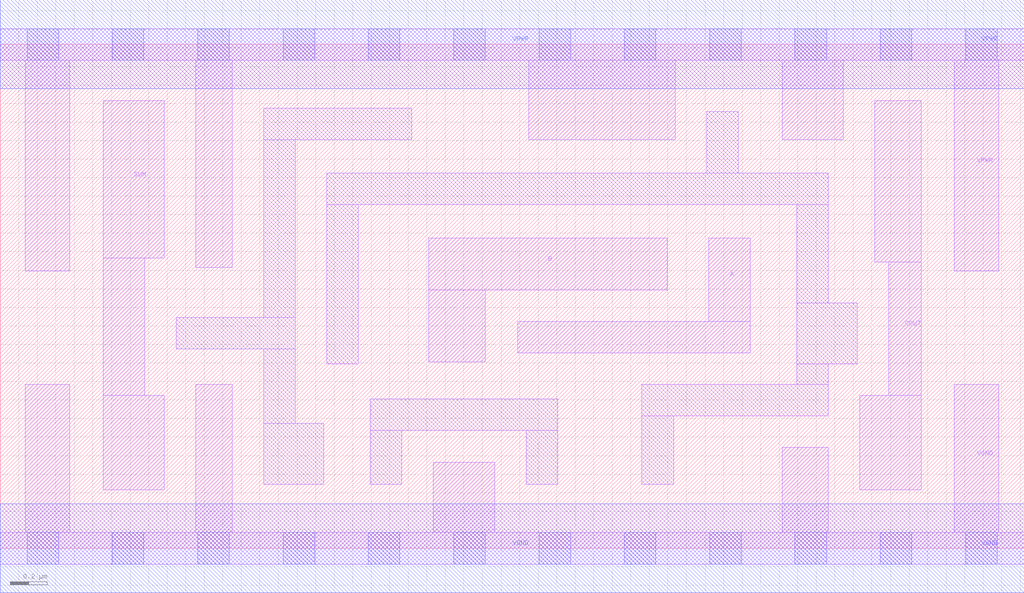
<source format=lef>
# Copyright 2020 The SkyWater PDK Authors
#
# Licensed under the Apache License, Version 2.0 (the "License");
# you may not use this file except in compliance with the License.
# You may obtain a copy of the License at
#
#     https://www.apache.org/licenses/LICENSE-2.0
#
# Unless required by applicable law or agreed to in writing, software
# distributed under the License is distributed on an "AS IS" BASIS,
# WITHOUT WARRANTIES OR CONDITIONS OF ANY KIND, either express or implied.
# See the License for the specific language governing permissions and
# limitations under the License.
#
# SPDX-License-Identifier: Apache-2.0

VERSION 5.7 ;
  NAMESCASESENSITIVE ON ;
  NOWIREEXTENSIONATPIN ON ;
  DIVIDERCHAR "/" ;
  BUSBITCHARS "[]" ;
UNITS
  DATABASE MICRONS 200 ;
END UNITS
MACRO sky130_fd_sc_hd__ha_2
  CLASS CORE ;
  SOURCE USER ;
  FOREIGN sky130_fd_sc_hd__ha_2 ;
  ORIGIN  0.000000  0.000000 ;
  SIZE  5.520000 BY  2.720000 ;
  SYMMETRY X Y R90 ;
  SITE unithd ;
  PIN A
    ANTENNAGATEAREA  0.318000 ;
    DIRECTION INPUT ;
    USE SIGNAL ;
    PORT
      LAYER li1 ;
        RECT 2.790000 1.055000 4.045000 1.225000 ;
        RECT 3.820000 1.225000 4.045000 1.675000 ;
    END
  END A
  PIN B
    ANTENNAGATEAREA  0.318000 ;
    DIRECTION INPUT ;
    USE SIGNAL ;
    PORT
      LAYER li1 ;
        RECT 2.310000 1.005000 2.615000 1.395000 ;
        RECT 2.310000 1.395000 3.595000 1.675000 ;
    END
  END B
  PIN COUT
    ANTENNADIFFAREA  0.511500 ;
    DIRECTION OUTPUT ;
    USE SIGNAL ;
    PORT
      LAYER li1 ;
        RECT 4.635000 0.315000 4.965000 0.825000 ;
        RECT 4.715000 1.545000 4.965000 2.415000 ;
        RECT 4.790000 0.825000 4.965000 1.545000 ;
    END
  END COUT
  PIN SUM
    ANTENNADIFFAREA  0.511500 ;
    DIRECTION OUTPUT ;
    USE SIGNAL ;
    PORT
      LAYER li1 ;
        RECT 0.555000 0.315000 0.885000 0.825000 ;
        RECT 0.555000 0.825000 0.780000 1.565000 ;
        RECT 0.555000 1.565000 0.885000 2.415000 ;
    END
  END SUM
  PIN VGND
    DIRECTION INOUT ;
    SHAPE ABUTMENT ;
    USE GROUND ;
    PORT
      LAYER li1 ;
        RECT 0.000000 -0.085000 5.520000 0.085000 ;
        RECT 0.135000  0.085000 0.375000 0.885000 ;
        RECT 1.055000  0.085000 1.250000 0.885000 ;
        RECT 2.335000  0.085000 2.665000 0.465000 ;
        RECT 4.215000  0.085000 4.465000 0.545000 ;
        RECT 5.145000  0.085000 5.385000 0.885000 ;
      LAYER mcon ;
        RECT 0.145000 -0.085000 0.315000 0.085000 ;
        RECT 0.605000 -0.085000 0.775000 0.085000 ;
        RECT 1.065000 -0.085000 1.235000 0.085000 ;
        RECT 1.525000 -0.085000 1.695000 0.085000 ;
        RECT 1.985000 -0.085000 2.155000 0.085000 ;
        RECT 2.445000 -0.085000 2.615000 0.085000 ;
        RECT 2.905000 -0.085000 3.075000 0.085000 ;
        RECT 3.365000 -0.085000 3.535000 0.085000 ;
        RECT 3.825000 -0.085000 3.995000 0.085000 ;
        RECT 4.285000 -0.085000 4.455000 0.085000 ;
        RECT 4.745000 -0.085000 4.915000 0.085000 ;
        RECT 5.205000 -0.085000 5.375000 0.085000 ;
      LAYER met1 ;
        RECT 0.000000 -0.240000 5.520000 0.240000 ;
    END
  END VGND
  PIN VPWR
    DIRECTION INOUT ;
    SHAPE ABUTMENT ;
    USE POWER ;
    PORT
      LAYER li1 ;
        RECT 0.000000 2.635000 5.520000 2.805000 ;
        RECT 0.135000 1.495000 0.375000 2.635000 ;
        RECT 1.055000 1.515000 1.250000 2.635000 ;
        RECT 2.850000 2.205000 3.640000 2.635000 ;
        RECT 4.215000 2.205000 4.545000 2.635000 ;
        RECT 5.145000 1.495000 5.385000 2.635000 ;
      LAYER mcon ;
        RECT 0.145000 2.635000 0.315000 2.805000 ;
        RECT 0.605000 2.635000 0.775000 2.805000 ;
        RECT 1.065000 2.635000 1.235000 2.805000 ;
        RECT 1.525000 2.635000 1.695000 2.805000 ;
        RECT 1.985000 2.635000 2.155000 2.805000 ;
        RECT 2.445000 2.635000 2.615000 2.805000 ;
        RECT 2.905000 2.635000 3.075000 2.805000 ;
        RECT 3.365000 2.635000 3.535000 2.805000 ;
        RECT 3.825000 2.635000 3.995000 2.805000 ;
        RECT 4.285000 2.635000 4.455000 2.805000 ;
        RECT 4.745000 2.635000 4.915000 2.805000 ;
        RECT 5.205000 2.635000 5.375000 2.805000 ;
      LAYER met1 ;
        RECT 0.000000 2.480000 5.520000 2.960000 ;
    END
  END VPWR
  OBS
    LAYER li1 ;
      RECT 0.950000 1.075000 1.590000 1.245000 ;
      RECT 1.420000 0.345000 1.745000 0.675000 ;
      RECT 1.420000 0.675000 1.590000 1.075000 ;
      RECT 1.420000 1.245000 1.590000 2.205000 ;
      RECT 1.420000 2.205000 2.220000 2.375000 ;
      RECT 1.760000 0.995000 1.930000 1.855000 ;
      RECT 1.760000 1.855000 4.465000 2.025000 ;
      RECT 1.995000 0.345000 2.165000 0.635000 ;
      RECT 1.995000 0.635000 3.005000 0.805000 ;
      RECT 2.835000 0.345000 3.005000 0.635000 ;
      RECT 3.460000 0.345000 3.630000 0.715000 ;
      RECT 3.460000 0.715000 4.465000 0.885000 ;
      RECT 3.810000 2.025000 3.980000 2.355000 ;
      RECT 4.295000 0.885000 4.465000 0.995000 ;
      RECT 4.295000 0.995000 4.620000 1.325000 ;
      RECT 4.295000 1.325000 4.465000 1.855000 ;
  END
END sky130_fd_sc_hd__ha_2
END LIBRARY

</source>
